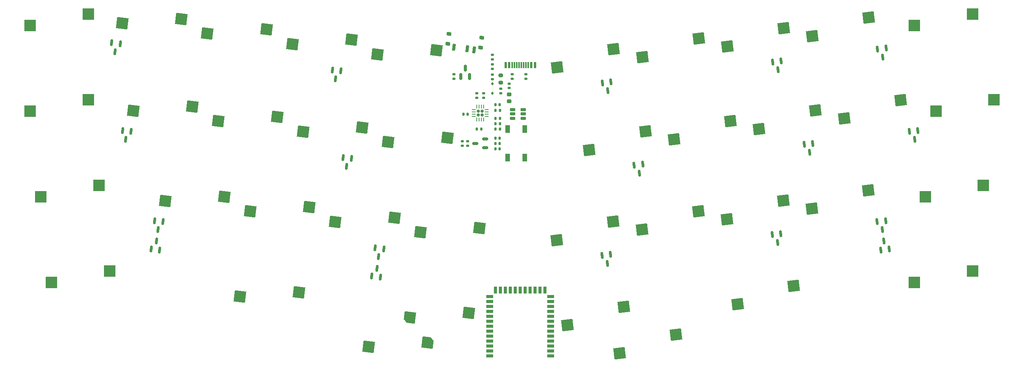
<source format=gbp>
%TF.GenerationSoftware,KiCad,Pcbnew,7.0.6*%
%TF.CreationDate,2023-07-31T17:00:50-04:00*%
%TF.ProjectId,Birdie,42697264-6965-42e6-9b69-6361645f7063,rev?*%
%TF.SameCoordinates,Original*%
%TF.FileFunction,Paste,Bot*%
%TF.FilePolarity,Positive*%
%FSLAX46Y46*%
G04 Gerber Fmt 4.6, Leading zero omitted, Abs format (unit mm)*
G04 Created by KiCad (PCBNEW 7.0.6) date 2023-07-31 17:00:50*
%MOMM*%
%LPD*%
G01*
G04 APERTURE LIST*
G04 Aperture macros list*
%AMRoundRect*
0 Rectangle with rounded corners*
0 $1 Rounding radius*
0 $2 $3 $4 $5 $6 $7 $8 $9 X,Y pos of 4 corners*
0 Add a 4 corners polygon primitive as box body*
4,1,4,$2,$3,$4,$5,$6,$7,$8,$9,$2,$3,0*
0 Add four circle primitives for the rounded corners*
1,1,$1+$1,$2,$3*
1,1,$1+$1,$4,$5*
1,1,$1+$1,$6,$7*
1,1,$1+$1,$8,$9*
0 Add four rect primitives between the rounded corners*
20,1,$1+$1,$2,$3,$4,$5,0*
20,1,$1+$1,$4,$5,$6,$7,0*
20,1,$1+$1,$6,$7,$8,$9,0*
20,1,$1+$1,$8,$9,$2,$3,0*%
%AMRotRect*
0 Rectangle, with rotation*
0 The origin of the aperture is its center*
0 $1 length*
0 $2 width*
0 $3 Rotation angle, in degrees counterclockwise*
0 Add horizontal line*
21,1,$1,$2,0,0,$3*%
%AMOutline5P*
0 Free polygon, 5 corners , with rotation*
0 The origin of the aperture is its center*
0 number of corners: always 5*
0 $1 to $10 corner X, Y*
0 $11 Rotation angle, in degrees counterclockwise*
0 create outline with 5 corners*
4,1,5,$1,$2,$3,$4,$5,$6,$7,$8,$9,$10,$1,$2,$11*%
%AMOutline6P*
0 Free polygon, 6 corners , with rotation*
0 The origin of the aperture is its center*
0 number of corners: always 6*
0 $1 to $12 corner X, Y*
0 $13 Rotation angle, in degrees counterclockwise*
0 create outline with 6 corners*
4,1,6,$1,$2,$3,$4,$5,$6,$7,$8,$9,$10,$11,$12,$1,$2,$13*%
%AMOutline7P*
0 Free polygon, 7 corners , with rotation*
0 The origin of the aperture is its center*
0 number of corners: always 7*
0 $1 to $14 corner X, Y*
0 $15 Rotation angle, in degrees counterclockwise*
0 create outline with 7 corners*
4,1,7,$1,$2,$3,$4,$5,$6,$7,$8,$9,$10,$11,$12,$13,$14,$1,$2,$15*%
%AMOutline8P*
0 Free polygon, 8 corners , with rotation*
0 The origin of the aperture is its center*
0 number of corners: always 8*
0 $1 to $16 corner X, Y*
0 $17 Rotation angle, in degrees counterclockwise*
0 create outline with 8 corners*
4,1,8,$1,$2,$3,$4,$5,$6,$7,$8,$9,$10,$11,$12,$13,$14,$15,$16,$1,$2,$17*%
G04 Aperture macros list end*
%ADD10R,1.524000X0.700000*%
%ADD11R,0.700000X1.524000*%
%ADD12RotRect,2.550000X2.500000X7.000000*%
%ADD13RotRect,2.550000X2.500000X353.000000*%
%ADD14R,2.550000X2.500000*%
%ADD15RotRect,2.550000X2.500000X173.000000*%
%ADD16Outline5P,-1.275000X1.250000X1.275000X1.250000X1.275000X-1.250000X-0.550000X-1.250000X-1.275000X-0.525000X173.000000*%
%ADD17Outline5P,-1.275000X1.250000X1.275000X1.250000X1.275000X-1.250000X-0.550000X-1.250000X-1.275000X-0.525000X353.000000*%
%ADD18RotRect,2.550000X2.500000X187.000000*%
%ADD19RotRect,1.000000X0.800000X353.000000*%
%ADD20RotRect,0.700000X1.500000X353.000000*%
%ADD21RoundRect,0.135000X0.135000X0.185000X-0.135000X0.185000X-0.135000X-0.185000X0.135000X-0.185000X0*%
%ADD22RoundRect,0.150000X-0.220480X0.564840X-0.077284X-0.601401X0.220480X-0.564840X0.077284X0.601401X0*%
%ADD23RoundRect,0.140000X0.140000X0.170000X-0.140000X0.170000X-0.140000X-0.170000X0.140000X-0.170000X0*%
%ADD24RoundRect,0.147500X-0.172500X0.147500X-0.172500X-0.147500X0.172500X-0.147500X0.172500X0.147500X0*%
%ADD25RoundRect,0.218750X-0.256250X0.218750X-0.256250X-0.218750X0.256250X-0.218750X0.256250X0.218750X0*%
%ADD26RoundRect,0.150000X0.077284X-0.601401X0.220480X0.564840X-0.077284X0.601401X-0.220480X-0.564840X0*%
%ADD27RoundRect,0.150000X0.150000X-0.587500X0.150000X0.587500X-0.150000X0.587500X-0.150000X-0.587500X0*%
%ADD28RoundRect,0.150000X0.512500X0.150000X-0.512500X0.150000X-0.512500X-0.150000X0.512500X-0.150000X0*%
%ADD29RoundRect,0.140000X-0.170000X0.140000X-0.170000X-0.140000X0.170000X-0.140000X0.170000X0.140000X0*%
%ADD30RoundRect,0.150000X-0.077284X0.601401X-0.220480X-0.564840X0.077284X-0.601401X0.220480X0.564840X0*%
%ADD31RoundRect,0.200000X-0.275000X0.200000X-0.275000X-0.200000X0.275000X-0.200000X0.275000X0.200000X0*%
%ADD32RoundRect,0.135000X0.185000X-0.135000X0.185000X0.135000X-0.185000X0.135000X-0.185000X-0.135000X0*%
%ADD33RoundRect,0.150000X0.220480X-0.564840X0.077284X0.601401X-0.220480X0.564840X-0.077284X-0.601401X0*%
%ADD34RoundRect,0.062500X0.375000X-0.062500X0.375000X0.062500X-0.375000X0.062500X-0.375000X-0.062500X0*%
%ADD35RoundRect,0.062500X0.062500X-0.375000X0.062500X0.375000X-0.062500X0.375000X-0.062500X-0.375000X0*%
%ADD36RoundRect,0.160000X0.160000X-0.160000X0.160000X0.160000X-0.160000X0.160000X-0.160000X-0.160000X0*%
%ADD37RoundRect,0.135000X-0.135000X-0.185000X0.135000X-0.185000X0.135000X0.185000X-0.135000X0.185000X0*%
%ADD38RoundRect,0.112500X-0.112500X0.187500X-0.112500X-0.187500X0.112500X-0.187500X0.112500X0.187500X0*%
%ADD39RoundRect,0.150000X0.475000X0.150000X-0.475000X0.150000X-0.475000X-0.150000X0.475000X-0.150000X0*%
%ADD40R,0.600000X1.450000*%
%ADD41R,0.300000X1.450000*%
%ADD42RoundRect,0.135000X-0.185000X0.135000X-0.185000X-0.135000X0.185000X-0.135000X0.185000X0.135000X0*%
%ADD43R,1.000000X1.700000*%
%ADD44RoundRect,0.140000X-0.140000X-0.170000X0.140000X-0.170000X0.140000X0.170000X-0.140000X0.170000X0*%
G04 APERTURE END LIST*
D10*
%TO.C,U2*%
X153190032Y-107273174D03*
X153190032Y-106173174D03*
X153190032Y-105073174D03*
X153190032Y-103973174D03*
X153190032Y-102873174D03*
X153190032Y-101773174D03*
X153190032Y-100673174D03*
X153190032Y-99573174D03*
X153190032Y-98473174D03*
X153190032Y-97373174D03*
X153190032Y-96273174D03*
X153190032Y-95173174D03*
X153190032Y-94073174D03*
D11*
X151940032Y-92573174D03*
X150840032Y-92573174D03*
X149740032Y-92573174D03*
X148640032Y-92573174D03*
X147540032Y-92573174D03*
X146440032Y-92573174D03*
X145340032Y-92573174D03*
X144240032Y-92573174D03*
X143140032Y-92573174D03*
X142040032Y-92573174D03*
X140940032Y-92573174D03*
D10*
X139690032Y-94073174D03*
X139690032Y-95173174D03*
X139690032Y-96273174D03*
X139690032Y-97373174D03*
X139690032Y-98473174D03*
X139690032Y-99573174D03*
X139690032Y-100673174D03*
X139690032Y-101773174D03*
X139690032Y-102873174D03*
X139690032Y-103973174D03*
X139690032Y-105073174D03*
X139690032Y-106173174D03*
X139690032Y-107273174D03*
%TD*%
D12*
%TO.C,MX21*%
X174248366Y-57324467D03*
X161727270Y-61420939D03*
%TD*%
%TO.C,MX22*%
X167115978Y-77393280D03*
X154594882Y-81489752D03*
%TD*%
D13*
%TO.C,MX14*%
X118452994Y-76495594D03*
X105312802Y-77441256D03*
%TD*%
D14*
%TO.C,MX36*%
X251787477Y-50321707D03*
X238860477Y-52861707D03*
%TD*%
D12*
%TO.C,MX34*%
X223839993Y-70428448D03*
X211318897Y-74524920D03*
%TD*%
D13*
%TO.C,MX8*%
X90007208Y-34616761D03*
X76867016Y-35562423D03*
%TD*%
D14*
%TO.C,MX37*%
X249406229Y-69371703D03*
X236479229Y-71911703D03*
%TD*%
%TO.C,MX35*%
X247024978Y-31271701D03*
X234097978Y-33811701D03*
%TD*%
D12*
%TO.C,MX31*%
X207253599Y-91658066D03*
X194732503Y-95754538D03*
%TD*%
D15*
%TO.C,MX16*%
X112750278Y-105224751D03*
D16*
X125890470Y-104279090D03*
%TD*%
D13*
%TO.C,MX5*%
X71099197Y-32295156D03*
X57959005Y-33240818D03*
%TD*%
%TO.C,MX19*%
X137360997Y-78817207D03*
X124220805Y-79762869D03*
%TD*%
%TO.C,MX18*%
X130228607Y-58748391D03*
X117088415Y-59694053D03*
%TD*%
D12*
%TO.C,MX28*%
X205015770Y-34353647D03*
X192494674Y-38450119D03*
%TD*%
D14*
%TO.C,MX4*%
X55159459Y-88421706D03*
X42232459Y-90961706D03*
%TD*%
D13*
%TO.C,MX10*%
X99544992Y-74173980D03*
X86404800Y-75119642D03*
%TD*%
D14*
%TO.C,MX38*%
X247024977Y-88421708D03*
X234097977Y-90961708D03*
%TD*%
D12*
%TO.C,MX30*%
X204931986Y-72750063D03*
X192410890Y-76846535D03*
%TD*%
%TO.C,MX27*%
X169437584Y-96301285D03*
X156916488Y-100397757D03*
%TD*%
%TO.C,MX32*%
X223923769Y-32032037D03*
X211402673Y-36128509D03*
%TD*%
D13*
%TO.C,MX15*%
X135039388Y-97725209D03*
D17*
X121899196Y-98670870D03*
%TD*%
D13*
%TO.C,MX12*%
X108915215Y-36938376D03*
X95775023Y-37884038D03*
%TD*%
%TO.C,MX13*%
X111320600Y-56426785D03*
X98180408Y-57372447D03*
%TD*%
D12*
%TO.C,MX24*%
X193156369Y-55002859D03*
X180635273Y-59099331D03*
%TD*%
%TO.C,MX20*%
X167199757Y-38996874D03*
X154678661Y-43093346D03*
%TD*%
D14*
%TO.C,MX1*%
X50396959Y-31271705D03*
X37469959Y-33811705D03*
%TD*%
D13*
%TO.C,MX9*%
X92412606Y-54105174D03*
X79272414Y-55050836D03*
%TD*%
D12*
%TO.C,MX23*%
X186107761Y-36675262D03*
X173586665Y-40771734D03*
%TD*%
D14*
%TO.C,MX2*%
X50396962Y-50321702D03*
X37469962Y-52861702D03*
%TD*%
D12*
%TO.C,MX33*%
X230972383Y-50359642D03*
X218451287Y-54456114D03*
%TD*%
D13*
%TO.C,MX6*%
X73504602Y-51783557D03*
X60364410Y-52729219D03*
%TD*%
%TO.C,MX11*%
X97223378Y-93081985D03*
X84083186Y-94027647D03*
%TD*%
D12*
%TO.C,MX25*%
X186023982Y-75071670D03*
X173502886Y-79168142D03*
%TD*%
D13*
%TO.C,MX7*%
X80636989Y-71852365D03*
X67496797Y-72798027D03*
%TD*%
D18*
%TO.C,MX26*%
X168532874Y-106648670D03*
X181053970Y-102552198D03*
%TD*%
D14*
%TO.C,MX3*%
X52778209Y-69371706D03*
X39851209Y-71911706D03*
%TD*%
D12*
%TO.C,MX29*%
X212064370Y-52681251D03*
X199543274Y-56777723D03*
%TD*%
D13*
%TO.C,MX17*%
X127823218Y-39259987D03*
X114683026Y-40205649D03*
%TD*%
D19*
%TO.C,SW1*%
X130633829Y-35600364D03*
X130364497Y-37793891D03*
X137879416Y-36490010D03*
X137610084Y-38683537D03*
D20*
X131674847Y-38609663D03*
X134652485Y-38975271D03*
X136141305Y-39158075D03*
%TD*%
D21*
%TO.C,R8*%
X140901412Y-54447373D03*
X141921412Y-54447373D03*
%TD*%
D22*
%TO.C,D9*%
X172950245Y-66600239D03*
X173664658Y-64623439D03*
X171778821Y-64854991D03*
%TD*%
%TO.C,D14*%
X203633940Y-82025864D03*
X204348353Y-80049064D03*
X202462516Y-80280616D03*
%TD*%
D23*
%TO.C,C7*%
X136791871Y-56828630D03*
X137751871Y-56828630D03*
%TD*%
%TO.C,C3*%
X140931412Y-61178170D03*
X141891412Y-61178170D03*
%TD*%
%TO.C,C2*%
X140931414Y-59987540D03*
X141891414Y-59987540D03*
%TD*%
D24*
%TO.C,FB2*%
X142120032Y-48833605D03*
X142120032Y-47863605D03*
%TD*%
%TO.C,FB1*%
X143990031Y-47673290D03*
X143990031Y-46703290D03*
%TD*%
D22*
%TO.C,D8*%
X165901615Y-48272592D03*
X166616028Y-46295792D03*
X164730191Y-46527344D03*
%TD*%
D25*
%TO.C,F1*%
X143990031Y-50654703D03*
X143990031Y-49079703D03*
%TD*%
D26*
%TO.C,D4*%
X65558059Y-81725133D03*
X64386635Y-83470381D03*
X66272472Y-83701933D03*
%TD*%
D27*
%TO.C,Q1*%
X134208376Y-43271473D03*
X133258376Y-45146473D03*
X135158376Y-45146473D03*
%TD*%
D23*
%TO.C,C1*%
X140931413Y-58794161D03*
X141891413Y-58794161D03*
%TD*%
D28*
%TO.C,U3*%
X136404372Y-59987544D03*
X138679372Y-60937544D03*
X138679372Y-59037544D03*
%TD*%
D22*
%TO.C,D15*%
X227057346Y-40763615D03*
X227771759Y-38786815D03*
X225885922Y-39018367D03*
%TD*%
D29*
%TO.C,C4*%
X140220783Y-45684696D03*
X140220783Y-44724696D03*
%TD*%
D30*
%TO.C,D2*%
X58741275Y-59085723D03*
X59912699Y-57340475D03*
X58026862Y-57108923D03*
%TD*%
D31*
%TO.C,R3*%
X142120031Y-46494692D03*
X142120031Y-44844692D03*
%TD*%
D30*
%TO.C,D6*%
X107783259Y-65107320D03*
X108954683Y-63362072D03*
X107068846Y-63130520D03*
%TD*%
%TO.C,D5*%
X105377867Y-45618865D03*
X106549291Y-43873617D03*
X104663454Y-43642065D03*
%TD*%
D21*
%TO.C,R4*%
X140901415Y-52661432D03*
X141921415Y-52661432D03*
%TD*%
D32*
%TO.C,R10*%
X131674847Y-44591941D03*
X131674847Y-45611941D03*
%TD*%
%TO.C,R11*%
X140220782Y-42390158D03*
X140220782Y-43410158D03*
%TD*%
D23*
%TO.C,C6*%
X133785029Y-53506745D03*
X134745029Y-53506745D03*
%TD*%
D30*
%TO.C,D3*%
X65873682Y-79154582D03*
X67045106Y-77409334D03*
X65159269Y-77177782D03*
%TD*%
D33*
%TO.C,D18*%
X227289189Y-81730670D03*
X226574776Y-83707470D03*
X228460613Y-83475918D03*
%TD*%
D30*
%TO.C,D7*%
X114915670Y-85176184D03*
X116087094Y-83430936D03*
X114201257Y-83199384D03*
%TD*%
D21*
%TO.C,R7*%
X140901412Y-55638001D03*
X141921412Y-55638001D03*
%TD*%
D22*
%TO.C,D16*%
X234105975Y-59091258D03*
X234820388Y-57114458D03*
X232934551Y-57346010D03*
%TD*%
D32*
%TO.C,R14*%
X133554402Y-59477543D03*
X133554402Y-60497543D03*
%TD*%
D34*
%TO.C,U4*%
X138979371Y-54006745D03*
X138979371Y-53506745D03*
X138979371Y-53006745D03*
X138979371Y-52506745D03*
D35*
X138291871Y-51819245D03*
X137791871Y-51819245D03*
X137291871Y-51819245D03*
X136791871Y-51819245D03*
D34*
X136104371Y-52506745D03*
X136104371Y-53006745D03*
X136104371Y-53506745D03*
X136104371Y-54006745D03*
D35*
X136791871Y-54694245D03*
X137291871Y-54694245D03*
X137791871Y-54694245D03*
X138291871Y-54694245D03*
D36*
X137941871Y-52856745D03*
X137141871Y-52856745D03*
X137941871Y-53656745D03*
X137141871Y-53656745D03*
%TD*%
D37*
%TO.C,R5*%
X141921413Y-56828628D03*
X140901413Y-56828628D03*
%TD*%
D38*
%TO.C,D19*%
X140220784Y-48833606D03*
X140220784Y-46733606D03*
%TD*%
D22*
%TO.C,D17*%
X226973566Y-79160120D03*
X227687979Y-77183320D03*
X225802142Y-77414872D03*
%TD*%
D39*
%TO.C,U1*%
X144765032Y-52489090D03*
X144765032Y-53439090D03*
X144765032Y-54389090D03*
X147115032Y-54389090D03*
X147115032Y-53439090D03*
X147115032Y-52489090D03*
%TD*%
D32*
%TO.C,R9*%
X136791871Y-48877204D03*
X136791871Y-49897204D03*
%TD*%
D40*
%TO.C,J1*%
X143190031Y-42601238D03*
X143990031Y-42601238D03*
D41*
X144690031Y-42601238D03*
X145690031Y-42601238D03*
X147190031Y-42601238D03*
X148190031Y-42601238D03*
D40*
X148890031Y-42601238D03*
X149690031Y-42601238D03*
X149690031Y-42601238D03*
X148890031Y-42601238D03*
D41*
X147690031Y-42601238D03*
X146690031Y-42601238D03*
X146190031Y-42601238D03*
X145190031Y-42601238D03*
D40*
X143990031Y-42601238D03*
X143190031Y-42601238D03*
%TD*%
D42*
%TO.C,R6*%
X138291871Y-49897204D03*
X138291871Y-48877204D03*
%TD*%
D43*
%TO.C,SW2*%
X147419342Y-63137544D03*
X147419342Y-56837544D03*
X143619342Y-63137544D03*
X143619342Y-56837544D03*
%TD*%
D22*
%TO.C,D12*%
X203717719Y-43629358D03*
X204432132Y-41652558D03*
X202546295Y-41884110D03*
%TD*%
D42*
%TO.C,R1*%
X144685639Y-45614691D03*
X144685639Y-44594691D03*
%TD*%
%TO.C,R12*%
X134745030Y-60497543D03*
X134745030Y-59477543D03*
%TD*%
D22*
%TO.C,D10*%
X165817836Y-86669099D03*
X166532249Y-84692299D03*
X164646412Y-84923851D03*
%TD*%
D26*
%TO.C,D11*%
X114600819Y-87746824D03*
X113429395Y-89492072D03*
X115315232Y-89723624D03*
%TD*%
D32*
%TO.C,R13*%
X140220783Y-40306559D03*
X140220783Y-41326559D03*
%TD*%
D22*
%TO.C,D13*%
X210766349Y-61957004D03*
X211480762Y-59980204D03*
X209594925Y-60211756D03*
%TD*%
D44*
%TO.C,C5*%
X141891412Y-51355488D03*
X140931412Y-51355488D03*
%TD*%
D42*
%TO.C,R2*%
X147690032Y-45614695D03*
X147690032Y-44594695D03*
%TD*%
D30*
%TO.C,D1*%
X56335877Y-39597266D03*
X57507301Y-37852018D03*
X55621464Y-37620466D03*
%TD*%
M02*

</source>
